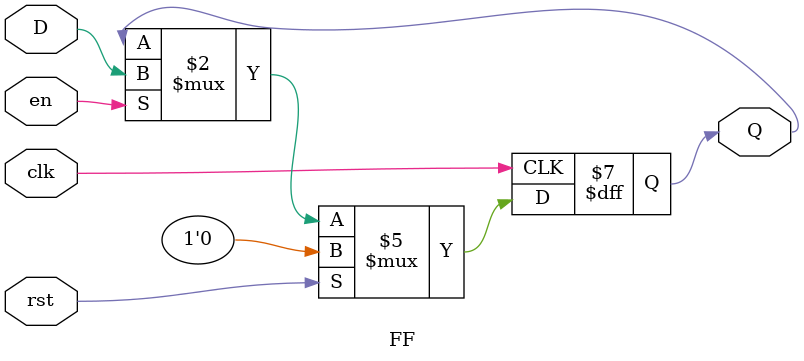
<source format=v>
`define FF

module FF(rst, clk, en, D, Q);
   parameter WIDTH = 1;
   parameter INIT  = 0;

   input wire                rst;
   input wire                clk;
   input wire                en;
   input wire [WIDTH-1:0]    D;

   output reg [WIDTH-1:0]    Q;

   always @ (posedge clk) begin
      if (rst) begin
         Q <= INIT;
      end
      else if(en) begin
         Q <= D;
      end
   end
endmodule

</source>
